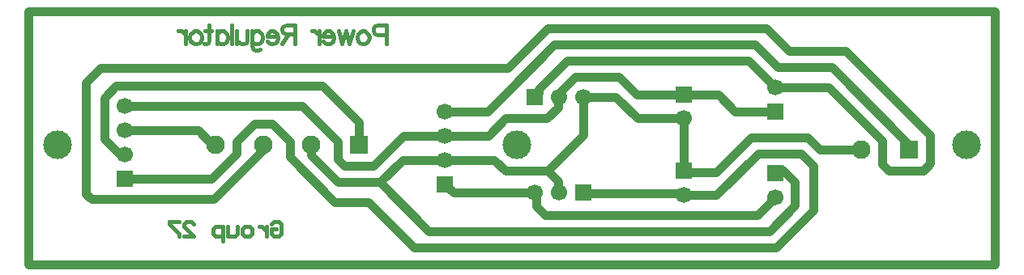
<source format=gbl>
G04*
G04 #@! TF.GenerationSoftware,Altium Limited,Altium Designer,23.2.1 (34)*
G04*
G04 Layer_Physical_Order=2*
G04 Layer_Color=16711680*
%FSLAX25Y25*%
%MOIN*%
G70*
G04*
G04 #@! TF.SameCoordinates,0B46A028-55CD-44D3-B25E-2AE8110CF676*
G04*
G04*
G04 #@! TF.FilePolarity,Positive*
G04*
G01*
G75*
%ADD17C,0.06693*%
%ADD18R,0.06693X0.06693*%
%ADD22C,0.11811*%
%ADD23R,0.06693X0.06693*%
%ADD24C,0.07677*%
%ADD25R,0.07677X0.07677*%
%ADD26C,0.03543*%
%ADD27C,0.01575*%
%ADD28C,0.01500*%
D17*
X499685Y127953D02*
D03*
X509685D02*
D03*
X598425Y171260D02*
D03*
X509685Y167323D02*
D03*
X519685D02*
D03*
X462598Y161417D02*
D03*
Y141417D02*
D03*
Y151417D02*
D03*
X598425Y125984D02*
D03*
X561024Y126969D02*
D03*
X330709Y153543D02*
D03*
Y143543D02*
D03*
Y163543D02*
D03*
X561024Y158465D02*
D03*
D18*
X598425Y161417D02*
D03*
X462598Y131417D02*
D03*
X598425Y135827D02*
D03*
X561024Y136811D02*
D03*
X330709Y133543D02*
D03*
X561024Y168307D02*
D03*
D22*
X303150Y147638D02*
D03*
X492126D02*
D03*
X677165D02*
D03*
D23*
X519685Y127953D02*
D03*
X499685Y167323D02*
D03*
D24*
X633858Y145669D02*
D03*
X407480Y147638D02*
D03*
X387795D02*
D03*
X368110D02*
D03*
D25*
X653543Y145669D02*
D03*
X427165Y147638D02*
D03*
D26*
X291339Y98425D02*
Y202756D01*
Y98425D02*
X688976D01*
Y202756D01*
X291339D02*
X688976D01*
X509082Y128555D02*
Y132650D01*
Y128555D02*
X509685Y127953D01*
X504921Y136811D02*
X509082Y132650D01*
X466063Y127953D02*
X499685D01*
X462598Y131417D02*
X466063Y127953D01*
X317036Y125276D02*
X367601D01*
X314961Y173228D02*
X320866Y179134D01*
X314961Y127351D02*
X317036Y125276D01*
X314961Y127351D02*
Y173228D01*
X322441Y150119D02*
Y166968D01*
Y150119D02*
X329784Y142776D01*
X327284Y171811D02*
X412146D01*
X322441Y166968D02*
X327284Y171811D01*
X407480Y146519D02*
Y147638D01*
X483035Y141417D02*
X487641Y136811D01*
X504921D01*
X519685Y151575D01*
X499685Y127953D02*
X500288Y127350D01*
X561024Y136811D02*
Y158465D01*
X561024Y158465D01*
X614173Y120575D02*
Y138976D01*
X598913Y105315D02*
X614173Y120575D01*
X609055Y144095D02*
X614173Y138976D01*
X449803Y105315D02*
X598913D01*
X600394Y137402D02*
X601468D01*
X606693Y132176D01*
X320866Y179134D02*
X488378D01*
X407480Y147638D02*
X407480Y147638D01*
X407480Y143221D02*
Y147638D01*
Y143221D02*
X418516Y132185D01*
X499685Y167323D02*
X501260Y168898D01*
Y170590D01*
X512953Y182283D01*
X587402D01*
X508839Y168169D02*
X516260Y175591D01*
X367601Y125276D02*
X388879Y146554D01*
X659420Y136909D02*
X662303Y139792D01*
Y151546D01*
X627629Y186221D02*
X662303Y151546D01*
X604331Y186221D02*
X627629D01*
X645264Y136909D02*
X659420D01*
X642618Y139555D02*
X645264Y136909D01*
X620656Y171260D02*
X642618Y149298D01*
X621853Y179528D02*
X653594Y147787D01*
X642618Y139555D02*
Y149298D01*
X599623Y179528D02*
X621853D01*
X651476Y147736D02*
X653543Y145669D01*
X598425Y171260D02*
X620656D01*
X651387Y147736D02*
X651476D01*
X594882Y195669D02*
X604331Y186221D01*
X488378Y179134D02*
X504914Y195669D01*
X594882D01*
X587402Y182283D02*
X598425Y171260D01*
X507686Y188976D02*
X590174D01*
X599623Y179528D01*
X487715Y169005D02*
X507686Y188976D01*
X387795Y146519D02*
Y147638D01*
X384167Y156398D02*
X391424D01*
X376870Y144010D02*
Y149101D01*
X398721Y142516D02*
Y149101D01*
X417220Y124016D02*
X431102D01*
X376870Y149101D02*
X384167Y156398D01*
X391424D02*
X398721Y149101D01*
X412146Y171811D02*
X427165Y156792D01*
X330709Y163543D02*
X403963D01*
X398721Y142516D02*
X417220Y124016D01*
X431102D02*
X449803Y105315D01*
X366404Y133543D02*
X376870Y144010D01*
X330709Y133543D02*
X366404D01*
X403963Y163543D02*
X418405Y149101D01*
X421288Y138878D02*
X433042D01*
X418405Y141761D02*
X421288Y138878D01*
X433042D02*
X445582Y151417D01*
X418516Y132185D02*
X435815D01*
X455992Y112008D02*
X596141D01*
X435815Y132185D02*
X445047Y141417D01*
X435815Y132185D02*
X455992Y112008D01*
X418405Y141761D02*
Y149101D01*
X462598Y141417D02*
X483035D01*
X445047D02*
X462598D01*
X500288Y122350D02*
Y127350D01*
Y122350D02*
X503937Y118701D01*
X462599Y161417D02*
X480315D01*
X462598Y161417D02*
X462599Y161417D01*
X487715Y168817D02*
Y169005D01*
X480315Y161417D02*
X487715Y168817D01*
X462598Y151417D02*
X480594D01*
X487641Y158465D02*
X504479D01*
X480594Y151417D02*
X487641Y158465D01*
X504479D02*
X509082Y163068D01*
Y166720D02*
X509685Y167323D01*
X509082Y163068D02*
Y166720D01*
X516260Y175591D02*
X534213D01*
X509685Y167323D02*
Y168175D01*
X561024Y136811D02*
X561443Y136392D01*
X574238D01*
X588634Y150787D01*
X611827D01*
X591406Y144095D02*
X609055D01*
X574280Y126969D02*
X591406Y144095D01*
X561024Y126969D02*
X574280D01*
X606693Y122560D02*
Y132176D01*
X596141Y112008D02*
X606693Y122560D01*
X427165Y147638D02*
Y156792D01*
X329856Y143543D02*
X330709D01*
X445582Y151417D02*
X462598D01*
X387795Y147638D02*
X387795Y147638D01*
X611827Y150787D02*
X616946Y145669D01*
X633858D01*
X581988Y161417D02*
X598425D01*
X575099Y168307D02*
X581988Y161417D01*
X591142Y118701D02*
X598425Y125984D01*
X503937Y118701D02*
X591142D01*
X534213Y175591D02*
X541496Y168307D01*
X520177Y127461D02*
X560532D01*
X561024Y126969D01*
X519685Y127953D02*
X520177Y127461D01*
X561024Y136811D02*
X561024Y136811D01*
X519685Y151575D02*
Y167323D01*
X561024Y168307D02*
X575099D01*
X519685Y167323D02*
X533015D01*
X541874Y158465D01*
X561024D01*
X541496Y168307D02*
X561024D01*
X361086Y153543D02*
X366992Y147638D01*
X330709Y153543D02*
X361086D01*
X366992Y147638D02*
X368110D01*
D27*
X438405Y192987D02*
X435031D01*
X433906Y193362D01*
X433531Y193737D01*
X433157Y194486D01*
Y195611D01*
X433531Y196361D01*
X433906Y196736D01*
X435031Y197111D01*
X438405D01*
Y189238D01*
X429520Y194486D02*
X430270Y194112D01*
X431020Y193362D01*
X431395Y192237D01*
Y191488D01*
X431020Y190363D01*
X430270Y189613D01*
X429520Y189238D01*
X428396D01*
X427646Y189613D01*
X426896Y190363D01*
X426521Y191488D01*
Y192237D01*
X426896Y193362D01*
X427646Y194112D01*
X428396Y194486D01*
X429520D01*
X424797D02*
X423297Y189238D01*
X421798Y194486D02*
X423297Y189238D01*
X421798Y194486D02*
X420298Y189238D01*
X418799Y194486D02*
X420298Y189238D01*
X416962Y192237D02*
X412464D01*
Y192987D01*
X412839Y193737D01*
X413213Y194112D01*
X413963Y194486D01*
X415088D01*
X415837Y194112D01*
X416587Y193362D01*
X416962Y192237D01*
Y191488D01*
X416587Y190363D01*
X415837Y189613D01*
X415088Y189238D01*
X413963D01*
X413213Y189613D01*
X412464Y190363D01*
X410777Y194486D02*
Y189238D01*
Y192237D02*
X410402Y193362D01*
X409652Y194112D01*
X408902Y194486D01*
X407778D01*
X400880Y197111D02*
Y189238D01*
Y197111D02*
X397506D01*
X396381Y196736D01*
X396007Y196361D01*
X395632Y195611D01*
Y194861D01*
X396007Y194112D01*
X396381Y193737D01*
X397506Y193362D01*
X400880D01*
X398256D02*
X395632Y189238D01*
X393870Y192237D02*
X389371D01*
Y192987D01*
X389746Y193737D01*
X390121Y194112D01*
X390871Y194486D01*
X391996D01*
X392745Y194112D01*
X393495Y193362D01*
X393870Y192237D01*
Y191488D01*
X393495Y190363D01*
X392745Y189613D01*
X391996Y189238D01*
X390871D01*
X390121Y189613D01*
X389371Y190363D01*
X383186Y194486D02*
Y188488D01*
X383561Y187364D01*
X383936Y186989D01*
X384685Y186614D01*
X385810D01*
X386560Y186989D01*
X383186Y193362D02*
X383936Y194112D01*
X384685Y194486D01*
X385810D01*
X386560Y194112D01*
X387310Y193362D01*
X387684Y192237D01*
Y191488D01*
X387310Y190363D01*
X386560Y189613D01*
X385810Y189238D01*
X384685D01*
X383936Y189613D01*
X383186Y190363D01*
X381087Y194486D02*
Y190738D01*
X380712Y189613D01*
X379962Y189238D01*
X378837D01*
X378088Y189613D01*
X376963Y190738D01*
Y194486D02*
Y189238D01*
X374901Y197111D02*
Y189238D01*
X368753Y194486D02*
Y189238D01*
Y193362D02*
X369503Y194112D01*
X370253Y194486D01*
X371377D01*
X372127Y194112D01*
X372877Y193362D01*
X373252Y192237D01*
Y191488D01*
X372877Y190363D01*
X372127Y189613D01*
X371377Y189238D01*
X370253D01*
X369503Y189613D01*
X368753Y190363D01*
X365529Y197111D02*
Y190738D01*
X365155Y189613D01*
X364405Y189238D01*
X363655D01*
X366654Y194486D02*
X364030D01*
X360656D02*
X361406Y194112D01*
X362156Y193362D01*
X362530Y192237D01*
Y191488D01*
X362156Y190363D01*
X361406Y189613D01*
X360656Y189238D01*
X359531D01*
X358782Y189613D01*
X358032Y190363D01*
X357657Y191488D01*
Y192237D01*
X358032Y193362D01*
X358782Y194112D01*
X359531Y194486D01*
X360656D01*
X355933D02*
Y189238D01*
Y192237D02*
X355558Y193362D01*
X354808Y194112D01*
X354058Y194486D01*
X352934D01*
D28*
X391041Y114797D02*
X392041Y115797D01*
X394040D01*
X395040Y114797D01*
Y110798D01*
X394040Y109799D01*
X392041D01*
X391041Y110798D01*
Y112798D01*
X393040D01*
X389042Y113797D02*
Y109799D01*
Y111798D01*
X388042Y112798D01*
X387042Y113797D01*
X386043D01*
X382044Y109799D02*
X380045D01*
X379045Y110798D01*
Y112798D01*
X380045Y113797D01*
X382044D01*
X383044Y112798D01*
Y110798D01*
X382044Y109799D01*
X377046Y113797D02*
Y110798D01*
X376046Y109799D01*
X373047D01*
Y113797D01*
X371048Y107799D02*
Y113797D01*
X368049D01*
X367049Y112798D01*
Y110798D01*
X368049Y109799D01*
X371048D01*
X355053D02*
X359051D01*
X355053Y113797D01*
Y114797D01*
X356052Y115797D01*
X358052D01*
X359051Y114797D01*
X353053Y115797D02*
X349055D01*
Y114797D01*
X353053Y110798D01*
Y109799D01*
M02*

</source>
